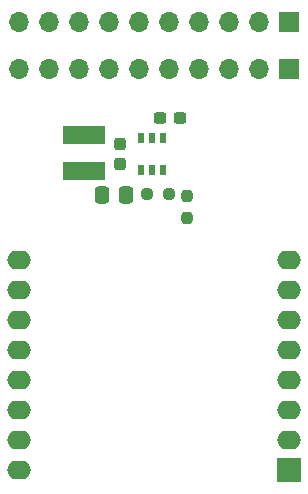
<source format=gbr>
%TF.GenerationSoftware,KiCad,Pcbnew,8.0.6*%
%TF.CreationDate,2024-10-31T15:28:50+01:00*%
%TF.ProjectId,PCB_FINAL2.1,5043425f-4649-44e4-914c-322e312e6b69,rev?*%
%TF.SameCoordinates,Original*%
%TF.FileFunction,Soldermask,Top*%
%TF.FilePolarity,Negative*%
%FSLAX46Y46*%
G04 Gerber Fmt 4.6, Leading zero omitted, Abs format (unit mm)*
G04 Created by KiCad (PCBNEW 8.0.6) date 2024-10-31 15:28:50*
%MOMM*%
%LPD*%
G01*
G04 APERTURE LIST*
G04 Aperture macros list*
%AMRoundRect*
0 Rectangle with rounded corners*
0 $1 Rounding radius*
0 $2 $3 $4 $5 $6 $7 $8 $9 X,Y pos of 4 corners*
0 Add a 4 corners polygon primitive as box body*
4,1,4,$2,$3,$4,$5,$6,$7,$8,$9,$2,$3,0*
0 Add four circle primitives for the rounded corners*
1,1,$1+$1,$2,$3*
1,1,$1+$1,$4,$5*
1,1,$1+$1,$6,$7*
1,1,$1+$1,$8,$9*
0 Add four rect primitives between the rounded corners*
20,1,$1+$1,$2,$3,$4,$5,0*
20,1,$1+$1,$4,$5,$6,$7,0*
20,1,$1+$1,$6,$7,$8,$9,0*
20,1,$1+$1,$8,$9,$2,$3,0*%
G04 Aperture macros list end*
%ADD10R,3.600000X1.500000*%
%ADD11R,0.558000X0.972299*%
%ADD12RoundRect,0.237500X0.250000X0.237500X-0.250000X0.237500X-0.250000X-0.237500X0.250000X-0.237500X0*%
%ADD13RoundRect,0.250000X0.337500X0.475000X-0.337500X0.475000X-0.337500X-0.475000X0.337500X-0.475000X0*%
%ADD14R,1.700000X1.700000*%
%ADD15O,1.700000X1.700000*%
%ADD16RoundRect,0.237500X0.300000X0.237500X-0.300000X0.237500X-0.300000X-0.237500X0.300000X-0.237500X0*%
%ADD17RoundRect,0.237500X0.237500X-0.250000X0.237500X0.250000X-0.237500X0.250000X-0.237500X-0.250000X0*%
%ADD18RoundRect,0.237500X0.237500X-0.300000X0.237500X0.300000X-0.237500X0.300000X-0.237500X-0.300000X0*%
%ADD19R,2.000000X2.000000*%
%ADD20O,2.000000X1.600000*%
G04 APERTURE END LIST*
D10*
%TO.C,L1*%
X74649999Y-98675000D03*
X74649999Y-95625000D03*
%TD*%
D11*
%TO.C,U1*%
X79449998Y-98562452D03*
X80399999Y-98562452D03*
X81350000Y-98562452D03*
X81350000Y-95837550D03*
X80399999Y-95837550D03*
X79449998Y-95837550D03*
%TD*%
D12*
%TO.C,R2*%
X81812499Y-100562452D03*
X79987499Y-100562452D03*
%TD*%
D13*
%TO.C,C1*%
X78187499Y-100700001D03*
X76112499Y-100700001D03*
%TD*%
D14*
%TO.C,J1*%
X91999999Y-86000000D03*
D15*
X89459999Y-86000000D03*
X86919999Y-86000000D03*
X84379999Y-86000000D03*
X81839999Y-86000000D03*
X79299999Y-86000000D03*
X76759999Y-86000000D03*
X74219999Y-86000000D03*
X71679999Y-86000000D03*
X69139999Y-86000000D03*
%TD*%
D16*
%TO.C,C3*%
X82762499Y-94200001D03*
X81037499Y-94200001D03*
%TD*%
D17*
%TO.C,R1*%
X83350000Y-102612500D03*
X83350000Y-100787500D03*
%TD*%
D18*
%TO.C,C2*%
X77649999Y-98062501D03*
X77649999Y-96337501D03*
%TD*%
D19*
%TO.C,U2*%
X91999999Y-124000000D03*
D20*
X91999999Y-121460000D03*
X91999999Y-118920000D03*
X91999999Y-116380000D03*
X91999999Y-113840000D03*
X91999999Y-111300000D03*
X91999999Y-108760000D03*
X91999999Y-106220000D03*
X69139999Y-106220000D03*
X69139999Y-108760000D03*
X69139999Y-111300000D03*
X69139999Y-113840000D03*
X69139999Y-116380000D03*
X69139999Y-118920000D03*
X69139999Y-121460000D03*
X69139999Y-124000000D03*
%TD*%
D14*
%TO.C,J2*%
X91999999Y-90000000D03*
D15*
X89459999Y-90000000D03*
X86919999Y-90000000D03*
X84379999Y-90000000D03*
X81839999Y-90000000D03*
X79299999Y-90000000D03*
X76759999Y-90000000D03*
X74219999Y-90000000D03*
X71679999Y-90000000D03*
X69139999Y-90000000D03*
%TD*%
M02*

</source>
